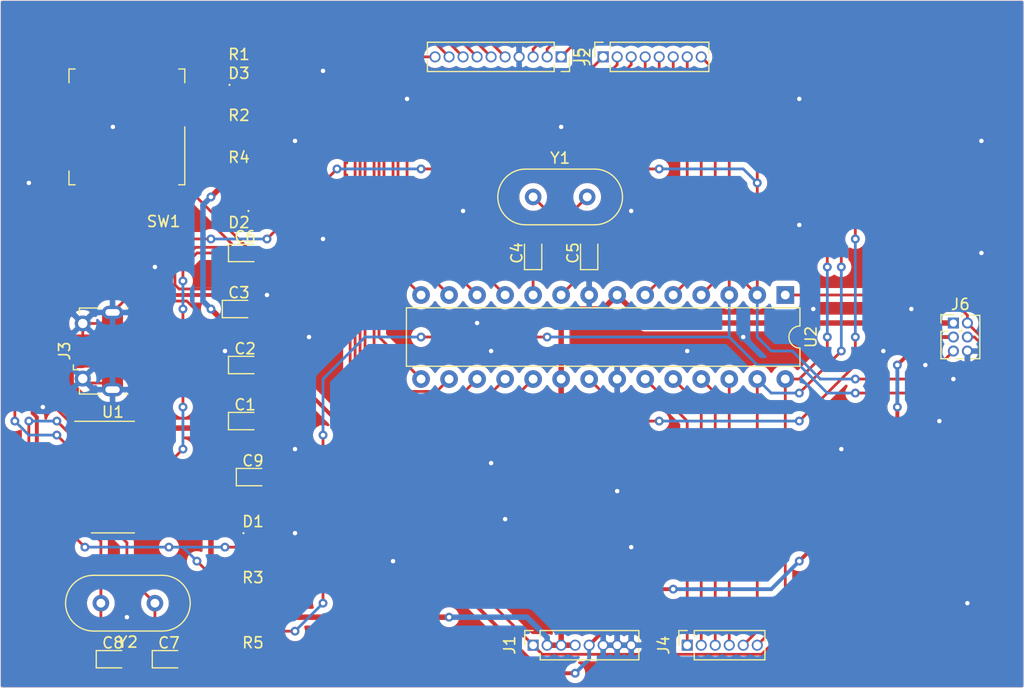
<source format=kicad_pcb>
(kicad_pcb (version 20171130) (host pcbnew "(5.1.10)-1")
  (layers (0 F.Cu signal) (31 B.Cu signal) (34 B.Paste user) (35 F.Paste user) (36 B.SilkS user) (37 F.SilkS user) (38 B.Mask user) (39 F.Mask user) (44 Edge.Cuts user))
  (net 0 "")
  (net 1 +5V)
  (net 2 GND)
  (net 3 +3V3)
  (net 4 "Net-(C4-Pad1)")
  (net 5 "Net-(C5-Pad1)")
  (net 6 /RESET)
  (net 7 "Net-(C6-Pad1)")
  (net 8 "Net-(C7-Pad1)")
  (net 9 "Net-(C8-Pad1)")
  (net 10 /TXD)
  (net 11 "Net-(D1-Pad2)")
  (net 12 /0)
  (net 13 "Net-(D2-Pad2)")
  (net 14 "Net-(D3-Pad2)")
  (net 15 /A5)
  (net 16 /A4)
  (net 17 /AREF)
  (net 18 /13)
  (net 19 /12)
  (net 20 /11)
  (net 21 /10)
  (net 22 /9)
  (net 23 /8)
  (net 24 /D-)
  (net 25 "Net-(J3-Pad4)")
  (net 26 /D+)
  (net 27 /A0)
  (net 28 /A1)
  (net 29 /A2)
  (net 30 /A3)
  (net 31 /1)
  (net 32 /2)
  (net 33 /3)
  (net 34 /4)
  (net 35 /5)
  (net 36 /6)
  (net 37 /7)
  (net 38 "Net-(U1-Pad9)")
  (net 39 "Net-(U1-Pad10)")
  (net 40 "Net-(U1-Pad11)")
  (net 41 "Net-(U1-Pad12)")
  (net 42 "Net-(U1-Pad14)")
  (net 43 "Net-(U1-Pad15)")
  (module Capacitor_Tantalum_SMD:CP_EIA-1608-08_AVX-J (layer F.Cu) (at 100.8875 81.28)
    (fp_text reference C1 (at 0 -1.48) (layer F.SilkS))
    (fp_text value 10uF)
    (pad 1 smd roundrect (at -0.7125 0) (size 1.075 1.05) (layers F.Cu F.Paste F.Mask) (roundrect_rratio 0.238095) (net 1 +5V))
    (pad 2 smd roundrect (at 0.7125 0) (size 1.075 1.05) (layers F.Cu F.Paste F.Mask) (roundrect_rratio 0.238095) (net 2 GND))
  )
  (module Capacitor_Tantalum_SMD:CP_EIA-1608-08_AVX-J (layer F.Cu) (at 100.8875 76.2)
    (fp_text reference C2 (at 0 -1.48) (layer F.SilkS))
    (fp_text value 100nF)
    (pad 2 smd roundrect (at 0.7125 0) (size 1.075 1.05) (layers F.Cu F.Paste F.Mask) (roundrect_rratio 0.238095) (net 2 GND))
    (pad 1 smd roundrect (at -0.7125 0) (size 1.075 1.05) (layers F.Cu F.Paste F.Mask) (roundrect_rratio 0.238095) (net 1 +5V))
  )
  (module Capacitor_Tantalum_SMD:CP_EIA-1608-08_AVX-J (layer F.Cu) (at 100.33 71.12)
    (fp_text reference C3 (at 0 -1.48) (layer F.SilkS))
    (fp_text value 100nF)
    (pad 1 smd roundrect (at -0.7125 0) (size 1.075 1.05) (layers F.Cu F.Paste F.Mask) (roundrect_rratio 0.238095) (net 3 +3V3))
    (pad 2 smd roundrect (at 0.7125 0) (size 1.075 1.05) (layers F.Cu F.Paste F.Mask) (roundrect_rratio 0.238095) (net 2 GND))
  )
  (module Capacitor_Tantalum_SMD:CP_EIA-1608-08_AVX-J (layer F.Cu) (at 127 66.04 90)
    (fp_text reference C4 (at 0 -1.48 90) (layer F.SilkS))
    (fp_text value 22pF)
    (pad 1 smd roundrect (at -0.7125 0 90) (size 1.075 1.05) (layers F.Cu F.Paste F.Mask) (roundrect_rratio 0.238095) (net 4 "Net-(C4-Pad1)"))
    (pad 2 smd roundrect (at 0.7125 0 90) (size 1.075 1.05) (layers F.Cu F.Paste F.Mask) (roundrect_rratio 0.238095) (net 2 GND))
  )
  (module Capacitor_Tantalum_SMD:CP_EIA-1608-08_AVX-J (layer F.Cu) (at 132.08 66.04 90)
    (fp_text reference C5 (at 0 -1.48 90) (layer F.SilkS))
    (fp_text value 22pF)
    (pad 2 smd roundrect (at 0.7125 0 90) (size 1.075 1.05) (layers F.Cu F.Paste F.Mask) (roundrect_rratio 0.238095) (net 2 GND))
    (pad 1 smd roundrect (at -0.7125 0 90) (size 1.075 1.05) (layers F.Cu F.Paste F.Mask) (roundrect_rratio 0.238095) (net 5 "Net-(C5-Pad1)"))
  )
  (module Capacitor_Tantalum_SMD:CP_EIA-1608-08_AVX-J (layer F.Cu) (at 100.8875 66.04)
    (fp_text reference C6 (at 0 -1.48) (layer F.SilkS))
    (fp_text value 100nF)
    (pad 2 smd roundrect (at 0.7125 0) (size 1.075 1.05) (layers F.Cu F.Paste F.Mask) (roundrect_rratio 0.238095) (net 6 /RESET))
    (pad 1 smd roundrect (at -0.7125 0) (size 1.075 1.05) (layers F.Cu F.Paste F.Mask) (roundrect_rratio 0.238095) (net 7 "Net-(C6-Pad1)"))
  )
  (module Capacitor_Tantalum_SMD:CP_EIA-1608-08_AVX-J (layer F.Cu) (at 93.98 102.87)
    (fp_text reference C7 (at 0 -1.48) (layer F.SilkS))
    (fp_text value 22pF)
    (pad 1 smd roundrect (at -0.7125 0) (size 1.075 1.05) (layers F.Cu F.Paste F.Mask) (roundrect_rratio 0.238095) (net 8 "Net-(C7-Pad1)"))
    (pad 2 smd roundrect (at 0.7125 0) (size 1.075 1.05) (layers F.Cu F.Paste F.Mask) (roundrect_rratio 0.238095) (net 2 GND))
  )
  (module Capacitor_Tantalum_SMD:CP_EIA-1608-08_AVX-J (layer F.Cu) (at 88.9 102.87)
    (fp_text reference C8 (at 0 -1.48) (layer F.SilkS))
    (fp_text value 22pF)
    (pad 2 smd roundrect (at 0.7125 0) (size 1.075 1.05) (layers F.Cu F.Paste F.Mask) (roundrect_rratio 0.238095) (net 2 GND))
    (pad 1 smd roundrect (at -0.7125 0) (size 1.075 1.05) (layers F.Cu F.Paste F.Mask) (roundrect_rratio 0.238095) (net 9 "Net-(C8-Pad1)"))
  )
  (module Capacitor_Tantalum_SMD:CP_EIA-1608-08_AVX-J (layer F.Cu) (at 101.6 86.36)
    (fp_text reference C9 (at 0 -1.48) (layer F.SilkS))
    (fp_text value 100nF)
    (pad 1 smd roundrect (at -0.7125 0) (size 1.075 1.05) (layers F.Cu F.Paste F.Mask) (roundrect_rratio 0.238095) (net 1 +5V))
    (pad 2 smd roundrect (at 0.7125 0) (size 1.075 1.05) (layers F.Cu F.Paste F.Mask) (roundrect_rratio 0.238095) (net 2 GND))
  )
  (module LED_SMD:LED_0201_0603Metric (layer F.Cu) (at 101.6 91.44)
    (fp_text reference D1 (at 0 -1.05) (layer F.SilkS))
    (fp_text value LED)
    (pad 1 smd roundrect (at -0.32 0) (size 0.46 0.4) (layers F.Cu F.Mask) (net 10 /TXD))
    (pad 2 smd roundrect (at 0.32 0) (size 0.46 0.4) (layers F.Cu F.Mask) (net 11 "Net-(D1-Pad2)"))
  )
  (module LED_SMD:LED_0201_0603Metric (layer F.Cu) (at 100.33 62.23 180)
    (fp_text reference D2 (at 0 -1.05) (layer F.SilkS))
    (fp_text value LED)
    (pad 1 smd roundrect (at -0.32 0 180) (size 0.46 0.4) (layers F.Cu F.Mask) (net 12 /0))
    (pad 2 smd roundrect (at 0.32 0 180) (size 0.46 0.4) (layers F.Cu F.Mask) (net 13 "Net-(D2-Pad2)"))
  )
  (module LED_SMD:LED_0201_0603Metric (layer F.Cu) (at 100.33 50.8)
    (fp_text reference D3 (at 0 -1.05) (layer F.SilkS))
    (fp_text value LED)
    (pad 2 smd roundrect (at 0.32 0) (size 0.46 0.4) (layers F.Cu F.Mask) (net 14 "Net-(D3-Pad2)"))
    (pad 1 smd roundrect (at -0.32 0) (size 0.46 0.4) (layers F.Cu F.Mask) (net 2 GND))
  )
  (module Connector_PinSocket_1.27mm:PinSocket_1x08_P1.27mm_Vertical (layer F.Cu) (at 127 101.6 90)
    (fp_text reference J1 (at 0 -2.135 90) (layer F.SilkS))
    (fp_text value Conn_01x08_Female)
    (pad 1 thru_hole rect (at 0 0 90) (size 1 1) (drill 0.7) (layers *.Cu *.Mask) (net 6 /RESET))
    (pad 2 thru_hole oval (at 0 1.27 90) (size 1 1) (drill 0.7) (layers *.Cu *.Mask) (net 1 +5V))
    (pad 3 thru_hole oval (at 0 2.54 90) (size 1 1) (drill 0.7) (layers *.Cu *.Mask) (net 1 +5V))
    (pad 4 thru_hole oval (at 0 3.81 90) (size 1 1) (drill 0.7) (layers *.Cu *.Mask) (net 1 +5V))
    (pad 5 thru_hole oval (at 0 5.08 90) (size 1 1) (drill 0.7) (layers *.Cu *.Mask) (net 3 +3V3))
    (pad 6 thru_hole oval (at 0 6.35 90) (size 1 1) (drill 0.7) (layers *.Cu *.Mask) (net 2 GND))
    (pad 7 thru_hole oval (at 0 7.62 90) (size 1 1) (drill 0.7) (layers *.Cu *.Mask) (net 2 GND))
    (pad 8 thru_hole oval (at 0 8.89 90) (size 1 1) (drill 0.7) (layers *.Cu *.Mask) (net 2 GND))
  )
  (module Connector_PinSocket_1.27mm:PinSocket_1x10_P1.27mm_Vertical (layer F.Cu) (at 129.54 48.26 270)
    (fp_text reference J2 (at 0 -2.135 90) (layer F.SilkS))
    (fp_text value Conn_01x10_Female)
    (pad 1 thru_hole rect (at 0 0 270) (size 1 1) (drill 0.7) (layers *.Cu *.Mask) (net 15 /A5))
    (pad 2 thru_hole oval (at 0 1.27 270) (size 1 1) (drill 0.7) (layers *.Cu *.Mask) (net 16 /A4))
    (pad 3 thru_hole oval (at 0 2.54 270) (size 1 1) (drill 0.7) (layers *.Cu *.Mask) (net 17 /AREF))
    (pad 4 thru_hole oval (at 0 3.81 270) (size 1 1) (drill 0.7) (layers *.Cu *.Mask) (net 2 GND))
    (pad 5 thru_hole oval (at 0 5.08 270) (size 1 1) (drill 0.7) (layers *.Cu *.Mask) (net 18 /13))
    (pad 6 thru_hole oval (at 0 6.35 270) (size 1 1) (drill 0.7) (layers *.Cu *.Mask) (net 19 /12))
    (pad 7 thru_hole oval (at 0 7.62 270) (size 1 1) (drill 0.7) (layers *.Cu *.Mask) (net 20 /11))
    (pad 8 thru_hole oval (at 0 8.89 270) (size 1 1) (drill 0.7) (layers *.Cu *.Mask) (net 21 /10))
    (pad 9 thru_hole oval (at 0 10.16 270) (size 1 1) (drill 0.7) (layers *.Cu *.Mask) (net 22 /9))
    (pad 10 thru_hole oval (at 0 11.43 270) (size 1 1) (drill 0.7) (layers *.Cu *.Mask) (net 23 /8))
  )
  (module Connector_USB:USB_Micro-B_Molex-105017-0001 (layer F.Cu) (at 87.63 74.93 90)
    (fp_text reference J3 (at 0 -3.1125 90) (layer F.SilkS))
    (fp_text value USB_OTG)
    (pad 6 smd rect (at 1 1.2375 90) (size 1.5 1.9) (layers F.Cu F.Paste F.Mask) (net 2 GND))
    (pad 6 thru_hole circle (at -2.5 -1.4625 90) (size 1.45 1.45) (drill 0.85) (layers *.Cu *.Mask) (net 2 GND))
    (pad 2 smd rect (at -0.65 -1.4625 90) (size 0.4 1.35) (layers F.Cu F.Paste F.Mask) (net 24 /D-))
    (pad 1 smd rect (at -1.3 -1.4625 90) (size 0.4 1.35) (layers F.Cu F.Paste F.Mask) (net 1 +5V))
    (pad 5 smd rect (at 1.3 -1.4625 90) (size 0.4 1.35) (layers F.Cu F.Paste F.Mask) (net 2 GND))
    (pad 4 smd rect (at 0.65 -1.4625 90) (size 0.4 1.35) (layers F.Cu F.Paste F.Mask) (net 25 "Net-(J3-Pad4)"))
    (pad 3 smd rect (at 0 -1.4625 90) (size 0.4 1.35) (layers F.Cu F.Paste F.Mask) (net 26 /D+))
    (pad 6 thru_hole circle (at 2.5 -1.4625 90) (size 1.45 1.45) (drill 0.85) (layers *.Cu *.Mask) (net 2 GND))
    (pad 6 smd rect (at -1 1.2375 90) (size 1.5 1.9) (layers F.Cu F.Paste F.Mask) (net 2 GND))
    (pad 6 thru_hole oval (at -3.5 1.2375 270) (size 1.2 1.9) (drill oval 0.6 1.3) (layers *.Cu *.Mask) (net 2 GND))
    (pad 6 thru_hole oval (at 3.5 1.2375 90) (size 1.2 1.9) (drill oval 0.6 1.3) (layers *.Cu *.Mask) (net 2 GND))
    (pad 6 smd rect (at 2.9 1.2375 90) (size 1.2 1.9) (layers F.Cu F.Mask) (net 2 GND))
    (pad 6 smd rect (at -2.9 1.2375 90) (size 1.2 1.9) (layers F.Cu F.Mask) (net 2 GND))
  )
  (module Connector_PinSocket_1.27mm:PinSocket_1x06_P1.27mm_Vertical (layer F.Cu) (at 140.97 101.6 90)
    (fp_text reference J4 (at 0 -2.135 90) (layer F.SilkS))
    (fp_text value Conn_01x06_Female)
    (pad 1 thru_hole rect (at 0 0 90) (size 1 1) (drill 0.7) (layers *.Cu *.Mask) (net 27 /A0))
    (pad 2 thru_hole oval (at 0 1.27 90) (size 1 1) (drill 0.7) (layers *.Cu *.Mask) (net 28 /A1))
    (pad 3 thru_hole oval (at 0 2.54 90) (size 1 1) (drill 0.7) (layers *.Cu *.Mask) (net 29 /A2))
    (pad 4 thru_hole oval (at 0 3.81 90) (size 1 1) (drill 0.7) (layers *.Cu *.Mask) (net 30 /A3))
    (pad 5 thru_hole oval (at 0 5.08 90) (size 1 1) (drill 0.7) (layers *.Cu *.Mask) (net 16 /A4))
    (pad 6 thru_hole oval (at 0 6.35 90) (size 1 1) (drill 0.7) (layers *.Cu *.Mask) (net 15 /A5))
  )
  (module Connector_PinSocket_1.27mm:PinSocket_1x08_P1.27mm_Vertical (layer F.Cu) (at 133.35 48.26 90)
    (fp_text reference J5 (at 0 -2.135 90) (layer F.SilkS))
    (fp_text value Conn_01x08_Female)
    (pad 8 thru_hole oval (at 0 8.89 90) (size 1 1) (drill 0.7) (layers *.Cu *.Mask) (net 12 /0))
    (pad 7 thru_hole oval (at 0 7.62 90) (size 1 1) (drill 0.7) (layers *.Cu *.Mask) (net 31 /1))
    (pad 6 thru_hole oval (at 0 6.35 90) (size 1 1) (drill 0.7) (layers *.Cu *.Mask) (net 32 /2))
    (pad 5 thru_hole oval (at 0 5.08 90) (size 1 1) (drill 0.7) (layers *.Cu *.Mask) (net 33 /3))
    (pad 4 thru_hole oval (at 0 3.81 90) (size 1 1) (drill 0.7) (layers *.Cu *.Mask) (net 34 /4))
    (pad 3 thru_hole oval (at 0 2.54 90) (size 1 1) (drill 0.7) (layers *.Cu *.Mask) (net 35 /5))
    (pad 2 thru_hole oval (at 0 1.27 90) (size 1 1) (drill 0.7) (layers *.Cu *.Mask) (net 36 /6))
    (pad 1 thru_hole rect (at 0 0 90) (size 1 1) (drill 0.7) (layers *.Cu *.Mask) (net 37 /7))
  )
  (module Connector_PinHeader_1.27mm:PinHeader_2x03_P1.27mm_Vertical (layer F.Cu) (at 165.1 72.39)
    (fp_text reference J6 (at 0.635 -1.695) (layer F.SilkS))
    (fp_text value 6_Pin_Header)
    (pad 1 thru_hole rect (at 0 0) (size 1 1) (drill 0.65) (layers *.Cu *.Mask) (net 1 +5V))
    (pad 2 thru_hole oval (at 1.27 0) (size 1 1) (drill 0.65) (layers *.Cu *.Mask) (net 6 /RESET))
    (pad 3 thru_hole oval (at 0 1.27) (size 1 1) (drill 0.65) (layers *.Cu *.Mask) (net 3 +3V3))
    (pad 4 thru_hole oval (at 1.27 1.27) (size 1 1) (drill 0.65) (layers *.Cu *.Mask) (net 31 /1))
    (pad 5 thru_hole oval (at 0 2.54) (size 1 1) (drill 0.65) (layers *.Cu *.Mask) (net 12 /0))
    (pad 6 thru_hole oval (at 1.27 2.54) (size 1 1) (drill 0.65) (layers *.Cu *.Mask) (net 2 GND))
  )
  (module Resistor_SMD:R_0201_0603Metric (layer F.Cu) (at 100.33 46.99 180)
    (fp_text reference R1 (at 0 -1.05) (layer F.SilkS))
    (fp_text value 1k)
    (pad 1 smd roundrect (at -0.32 0 180) (size 0.46 0.4) (layers F.Cu F.Mask) (net 2 GND))
    (pad 2 smd roundrect (at 0.32 0 180) (size 0.46 0.4) (layers F.Cu F.Mask) (net 6 /RESET))
  )
  (module Resistor_SMD:R_0201_0603Metric (layer F.Cu) (at 100.33 54.61)
    (fp_text reference R2 (at 0 -1.05) (layer F.SilkS))
    (fp_text value 1k5)
    (pad 2 smd roundrect (at 0.32 0) (size 0.46 0.4) (layers F.Cu F.Mask) (net 14 "Net-(D3-Pad2)"))
    (pad 1 smd roundrect (at -0.32 0) (size 0.46 0.4) (layers F.Cu F.Mask) (net 1 +5V))
  )
  (module Resistor_SMD:R_0201_0603Metric (layer F.Cu) (at 101.6 96.52)
    (fp_text reference R3 (at 0 -1.05) (layer F.SilkS))
    (fp_text value 1k5)
    (pad 1 smd roundrect (at -0.32 0) (size 0.46 0.4) (layers F.Cu F.Mask) (net 1 +5V))
    (pad 2 smd roundrect (at 0.32 0) (size 0.46 0.4) (layers F.Cu F.Mask) (net 11 "Net-(D1-Pad2)"))
  )
  (module Resistor_SMD:R_0201_0603Metric (layer F.Cu) (at 100.33 58.42)
    (fp_text reference R4 (at 0 -1.05) (layer F.SilkS))
    (fp_text value 1k5)
    (pad 2 smd roundrect (at 0.32 0) (size 0.46 0.4) (layers F.Cu F.Mask) (net 13 "Net-(D2-Pad2)"))
    (pad 1 smd roundrect (at -0.32 0) (size 0.46 0.4) (layers F.Cu F.Mask) (net 1 +5V))
  )
  (module Resistor_SMD:R_0201_0603Metric (layer F.Cu) (at 101.6 100.33 180)
    (fp_text reference R5 (at 0 -1.05) (layer F.SilkS))
    (fp_text value 1k5)
    (pad 1 smd roundrect (at -0.32 0 180) (size 0.46 0.4) (layers F.Cu F.Mask) (net 31 /1))
    (pad 2 smd roundrect (at 0.32 0 180) (size 0.46 0.4) (layers F.Cu F.Mask) (net 10 /TXD))
  )
  (module Button_Switch_SMD:SW_MEC_5GSH9 (layer F.Cu) (at 90.17 54.61 180)
    (fp_text reference SW1 (at -3.325 -8.575 180) (layer F.SilkS))
    (fp_text value SW_MEC_5G)
    (pad 3 smd rect (at 3.81 -6.25 270) (size 2.5 1.2) (layers F.Cu F.Paste F.Mask) (net 2 GND))
    (pad 4 smd rect (at 3.81 6.25 270) (size 2.5 1.2) (layers F.Cu F.Paste F.Mask) (net 2 GND))
    (pad 1 smd rect (at -3.81 -6.25 270) (size 2.5 1.2) (layers F.Cu F.Paste F.Mask) (net 6 /RESET))
    (pad 2 smd rect (at -3.81 6.25 270) (size 2.5 1.2) (layers F.Cu F.Paste F.Mask) (net 6 /RESET))
  )
  (module Package_SO:SOIC-16_3.9x9.9mm_P1.27mm (layer F.Cu) (at 88.9 86.36)
    (fp_text reference U1 (at 0 -5.9) (layer F.SilkS))
    (fp_text value CH340G)
    (pad 1 smd roundrect (at -2.475 -4.445) (size 1.95 0.6) (layers F.Cu F.Paste F.Mask) (net 2 GND))
    (pad 2 smd roundrect (at -2.475 -3.175) (size 1.95 0.6) (layers F.Cu F.Paste F.Mask) (net 10 /TXD))
    (pad 3 smd roundrect (at -2.475 -1.905) (size 1.95 0.6) (layers F.Cu F.Paste F.Mask) (net 12 /0))
    (pad 4 smd roundrect (at -2.475 -0.635) (size 1.95 0.6) (layers F.Cu F.Paste F.Mask) (net 3 +3V3))
    (pad 5 smd roundrect (at -2.475 0.635) (size 1.95 0.6) (layers F.Cu F.Paste F.Mask) (net 26 /D+))
    (pad 6 smd roundrect (at -2.475 1.905) (size 1.95 0.6) (layers F.Cu F.Paste F.Mask) (net 24 /D-))
    (pad 7 smd roundrect (at -2.475 3.175) (size 1.95 0.6) (layers F.Cu F.Paste F.Mask) (net 8 "Net-(C7-Pad1)"))
    (pad 8 smd roundrect (at -2.475 4.445) (size 1.95 0.6) (layers F.Cu F.Paste F.Mask) (net 9 "Net-(C8-Pad1)"))
    (pad 9 smd roundrect (at 2.475 4.445) (size 1.95 0.6) (layers F.Cu F.Paste F.Mask) (net 38 "Net-(U1-Pad9)"))
    (pad 10 smd roundrect (at 2.475 3.175) (size 1.95 0.6) (layers F.Cu F.Paste F.Mask) (net 39 "Net-(U1-Pad10)"))
    (pad 11 smd roundrect (at 2.475 1.905) (size 1.95 0.6) (layers F.Cu F.Paste F.Mask) (net 40 "Net-(U1-Pad11)"))
    (pad 12 smd roundrect (at 2.475 0.635) (size 1.95 0.6) (layers F.Cu F.Paste F.Mask) (net 41 "Net-(U1-Pad12)"))
    (pad 13 smd roundrect (at 2.475 -0.635) (size 1.95 0.6) (layers F.Cu F.Paste F.Mask) (net 7 "Net-(C6-Pad1)"))
    (pad 14 smd roundrect (at 2.475 -1.905) (size 1.95 0.6) (layers F.Cu F.Paste F.Mask) (net 42 "Net-(U1-Pad14)"))
    (pad 15 smd roundrect (at 2.475 -3.175) (size 1.95 0.6) (layers F.Cu F.Paste F.Mask) (net 43 "Net-(U1-Pad15)"))
    (pad 16 smd roundrect (at 2.475 -4.445) (size 1.95 0.6) (layers F.Cu F.Paste F.Mask) (net 1 +5V))
  )
  (module Package_DIP:DIP-28_W7.62mm (layer F.Cu) (at 149.86 69.85 270)
    (fp_text reference U2 (at 3.81 -2.33 90) (layer F.SilkS))
    (fp_text value ATmega328-PU)
    (pad 1 thru_hole rect (at 0 0 270) (size 1.6 1.6) (drill 0.8) (layers *.Cu *.Mask) (net 6 /RESET))
    (pad 15 thru_hole oval (at 7.62 33.02 270) (size 1.6 1.6) (drill 0.8) (layers *.Cu *.Mask) (net 22 /9))
    (pad 2 thru_hole oval (at 0 2.54 270) (size 1.6 1.6) (drill 0.8) (layers *.Cu *.Mask) (net 12 /0))
    (pad 16 thru_hole oval (at 7.62 30.48 270) (size 1.6 1.6) (drill 0.8) (layers *.Cu *.Mask) (net 21 /10))
    (pad 3 thru_hole oval (at 0 5.08 270) (size 1.6 1.6) (drill 0.8) (layers *.Cu *.Mask) (net 31 /1))
    (pad 17 thru_hole oval (at 7.62 27.94 270) (size 1.6 1.6) (drill 0.8) (layers *.Cu *.Mask) (net 20 /11))
    (pad 4 thru_hole oval (at 0 7.62 270) (size 1.6 1.6) (drill 0.8) (layers *.Cu *.Mask) (net 32 /2))
    (pad 18 thru_hole oval (at 7.62 25.4 270) (size 1.6 1.6) (drill 0.8) (layers *.Cu *.Mask) (net 19 /12))
    (pad 5 thru_hole oval (at 0 10.16 270) (size 1.6 1.6) (drill 0.8) (layers *.Cu *.Mask) (net 33 /3))
    (pad 19 thru_hole oval (at 7.62 22.86 270) (size 1.6 1.6) (drill 0.8) (layers *.Cu *.Mask) (net 18 /13))
    (pad 6 thru_hole oval (at 0 12.7 270) (size 1.6 1.6) (drill 0.8) (layers *.Cu *.Mask) (net 34 /4))
    (pad 20 thru_hole oval (at 7.62 20.32 270) (size 1.6 1.6) (drill 0.8) (layers *.Cu *.Mask) (net 1 +5V))
    (pad 7 thru_hole oval (at 0 15.24 270) (size 1.6 1.6) (drill 0.8) (layers *.Cu *.Mask) (net 1 +5V))
    (pad 21 thru_hole oval (at 7.62 17.78 270) (size 1.6 1.6) (drill 0.8) (layers *.Cu *.Mask) (net 17 /AREF))
    (pad 8 thru_hole oval (at 0 17.78 270) (size 1.6 1.6) (drill 0.8) (layers *.Cu *.Mask) (net 2 GND))
    (pad 22 thru_hole oval (at 7.62 15.24 270) (size 1.6 1.6) (drill 0.8) (layers *.Cu *.Mask) (net 2 GND))
    (pad 9 thru_hole oval (at 0 20.32 270) (size 1.6 1.6) (drill 0.8) (layers *.Cu *.Mask) (net 5 "Net-(C5-Pad1)"))
    (pad 23 thru_hole oval (at 7.62 12.7 270) (size 1.6 1.6) (drill 0.8) (layers *.Cu *.Mask) (net 27 /A0))
    (pad 10 thru_hole oval (at 0 22.86 270) (size 1.6 1.6) (drill 0.8) (layers *.Cu *.Mask) (net 4 "Net-(C4-Pad1)"))
    (pad 24 thru_hole oval (at 7.62 10.16 270) (size 1.6 1.6) (drill 0.8) (layers *.Cu *.Mask) (net 28 /A1))
    (pad 11 thru_hole oval (at 0 25.4 270) (size 1.6 1.6) (drill 0.8) (layers *.Cu *.Mask) (net 35 /5))
    (pad 25 thru_hole oval (at 7.62 7.62 270) (size 1.6 1.6) (drill 0.8) (layers *.Cu *.Mask) (net 29 /A2))
    (pad 12 thru_hole oval (at 0 27.94 270) (size 1.6 1.6) (drill 0.8) (layers *.Cu *.Mask) (net 36 /6))
    (pad 26 thru_hole oval (at 7.62 5.08 270) (size 1.6 1.6) (drill 0.8) (layers *.Cu *.Mask) (net 30 /A3))
    (pad 13 thru_hole oval (at 0 30.48 270) (size 1.6 1.6) (drill 0.8) (layers *.Cu *.Mask) (net 37 /7))
    (pad 27 thru_hole oval (at 7.62 2.54 270) (size 1.6 1.6) (drill 0.8) (layers *.Cu *.Mask) (net 16 /A4))
    (pad 14 thru_hole oval (at 0 33.02 270) (size 1.6 1.6) (drill 0.8) (layers *.Cu *.Mask) (net 23 /8))
    (pad 28 thru_hole oval (at 7.62 0 270) (size 1.6 1.6) (drill 0.8) (layers *.Cu *.Mask) (net 15 /A5))
  )
  (module Crystal:Crystal_HC18-U_Vertical (layer F.Cu) (at 127 60.96)
    (fp_text reference Y1 (at 2.45 -3.525) (layer F.SilkS))
    (fp_text value 16MHz)
    (pad 2 thru_hole circle (at 4.9 0) (size 1.5 1.5) (drill 0.8) (layers *.Cu *.Mask) (net 5 "Net-(C5-Pad1)"))
    (pad 1 thru_hole circle (at 0 0) (size 1.5 1.5) (drill 0.8) (layers *.Cu *.Mask) (net 4 "Net-(C4-Pad1)"))
  )
  (module Crystal:Crystal_HC18-U_Vertical (layer F.Cu) (at 92.71 97.79 180)
    (fp_text reference Y2 (at 2.45 -3.525) (layer F.SilkS))
    (fp_text value 12MHz)
    (pad 1 thru_hole circle (at 0 0 180) (size 1.5 1.5) (drill 0.8) (layers *.Cu *.Mask) (net 8 "Net-(C7-Pad1)"))
    (pad 2 thru_hole circle (at 4.9 0 180) (size 1.5 1.5) (drill 0.8) (layers *.Cu *.Mask) (net 9 "Net-(C8-Pad1)"))
  )
  (segment (start 101.70569 74.93) (end 102.87 76.09431) (width 0.25) (layer F.Cu) (net 0))
  (segment (start 101.6 74.93) (end 101.70569 74.93) (width 0.25) (layer F.Cu) (net 0))
  (segment (start 102.87 76.09431) (end 102.87 78.74) (width 0.25) (layer F.Cu) (net 0))
  (via (at 99.06 92.71) (size 0.8) (drill 0.4) (layers F.Cu B.Cu) (net 10))
  (via (at 81.28 81.28) (size 0.8) (drill 0.4) (layers F.Cu B.Cu) (net 10))
  (via (at 102.87 64.77) (size 0.8) (drill 0.4) (layers F.Cu B.Cu) (net 12))
  (via (at 83.82 82.55) (size 0.8) (drill 0.4) (layers F.Cu B.Cu) (net 12))
  (via (at 83.82 81.28) (size 0.8) (drill 0.4) (layers F.Cu B.Cu) (net 10))
  (via (at 151.13 81.28) (size 0.8) (drill 0.4) (layers F.Cu B.Cu) (net 17))
  (via (at 138.43 81.28) (size 0.8) (drill 0.4) (layers F.Cu B.Cu) (net 17))
  (via (at 156.21 64.77) (size 0.8) (drill 0.4) (layers F.Cu B.Cu) (net 17))
  (via (at 156.21 73.66) (size 0.8) (drill 0.4) (layers F.Cu B.Cu) (net 17))
  (via (at 154.94 67.31) (size 0.8) (drill 0.4) (layers F.Cu B.Cu) (net 16))
  (via (at 153.67 73.66) (size 0.8) (drill 0.4) (layers F.Cu B.Cu) (net 15))
  (segment (start 99.54 81.915) (end 100.175 81.28) (width 0.5) (layer F.Cu) (net 1))
  (segment (start 91.375 81.915) (end 99.54 81.915) (width 0.5) (layer F.Cu) (net 1))
  (segment (start 100.8875 83.2625) (end 99.54 81.915) (width 0.5) (layer F.Cu) (net 1))
  (segment (start 100.8875 86.36) (end 100.8875 83.2625) (width 0.5) (layer F.Cu) (net 1))
  (segment (start 130.81 101.6) (end 129.54 101.6) (width 0.5) (layer F.Cu) (net 1))
  (segment (start 129.54 101.6) (end 128.27 101.6) (width 0.5) (layer F.Cu) (net 1))
  (segment (start 129.54 77.47) (end 129.54 101.6) (width 0.5) (layer F.Cu) (net 1))
  (segment (start 137.16 72.39) (end 134.62 69.85) (width 0.5) (layer F.Cu) (net 1))
  (segment (start 165.1 72.39) (end 137.16 72.39) (width 0.5) (layer F.Cu) (net 1))
  (segment (start 134.62 69.85) (end 133.35 71.12) (width 0.5) (layer F.Cu) (net 1))
  (segment (start 133.35 71.12) (end 130.81 71.12) (width 0.5) (layer F.Cu) (net 1))
  (segment (start 129.54 72.39) (end 129.54 77.47) (width 0.5) (layer F.Cu) (net 1))
  (segment (start 130.81 71.12) (end 129.54 72.39) (width 0.5) (layer F.Cu) (net 1))
  (segment (start 100.01 54.61) (end 100.01 58.42) (width 0.5) (layer F.Cu) (net 1))
  (segment (start 100.175 76.2) (end 100.175 81.28) (width 0.5) (layer F.Cu) (net 1))
  (segment (start 100.175 76.2) (end 100.175 73.505) (width 0.5) (layer F.Cu) (net 1))
  (segment (start 100.175 73.505) (end 97.79 71.12) (width 0.5) (layer F.Cu) (net 1))
  (segment (start 97.79 71.12) (end 97.79 71.12) (width 0.25) (layer F.Cu) (net 1))
  (via (at 97.79 71.12) (size 0.8) (drill 0.4) (layers F.Cu B.Cu) (net 1))
  (segment (start 97.064999 70.394999) (end 97.064999 61.685001) (width 0.5) (layer B.Cu) (net 1))
  (segment (start 97.79 71.12) (end 97.064999 70.394999) (width 0.5) (layer B.Cu) (net 1))
  (segment (start 97.064999 61.685001) (end 97.79 60.96) (width 0.5) (layer B.Cu) (net 1))
  (segment (start 97.79 60.96) (end 97.79 60.96) (width 0.25) (layer B.Cu) (net 1))
  (via (at 97.79 60.96) (size 0.8) (drill 0.4) (layers F.Cu B.Cu) (net 1))
  (segment (start 100.01 58.74) (end 100.01 58.42) (width 0.5) (layer F.Cu) (net 1))
  (segment (start 97.79 60.96) (end 100.01 58.74) (width 0.5) (layer F.Cu) (net 1))
  (segment (start 100.33 96.52) (end 101.28 96.52) (width 0.5) (layer F.Cu) (net 1))
  (segment (start 97.79 93.98) (end 100.33 96.52) (width 0.5) (layer F.Cu) (net 1))
  (segment (start 97.79 91.44) (end 97.79 93.98) (width 0.5) (layer F.Cu) (net 1))
  (segment (start 100.8875 88.3425) (end 97.79 91.44) (width 0.5) (layer F.Cu) (net 1))
  (segment (start 100.8875 86.36) (end 100.8875 88.3425) (width 0.5) (layer F.Cu) (net 1))
  (segment (start 128.27 100.892894) (end 126.437106 99.06) (width 0.5) (layer B.Cu) (net 1))
  (segment (start 128.27 101.6) (end 128.27 100.892894) (width 0.5) (layer B.Cu) (net 1))
  (segment (start 126.437106 99.06) (end 119.38 99.06) (width 0.5) (layer B.Cu) (net 1))
  (segment (start 119.38 99.06) (end 119.38 99.06) (width 0.25) (layer B.Cu) (net 1))
  (via (at 119.38 99.06) (size 0.8) (drill 0.4) (layers F.Cu B.Cu) (net 1))
  (segment (start 103.62 99.06) (end 119.38 99.06) (width 0.5) (layer F.Cu) (net 1))
  (segment (start 101.28 96.72) (end 103.62 99.06) (width 0.5) (layer F.Cu) (net 1))
  (segment (start 101.28 96.52) (end 101.28 96.72) (width 0.5) (layer F.Cu) (net 1))
  (segment (start 89.899989 80.439989) (end 91.375 81.915) (width 0.5) (layer F.Cu) (net 1))
  (segment (start 87.623487 80.439989) (end 89.899989 80.439989) (width 0.5) (layer F.Cu) (net 1))
  (segment (start 85.117499 76.355001) (end 85.117499 77.934001) (width 0.5) (layer F.Cu) (net 1))
  (segment (start 85.117499 77.934001) (end 87.623487 80.439989) (width 0.5) (layer F.Cu) (net 1))
  (segment (start 85.2425 76.23) (end 85.117499 76.355001) (width 0.5) (layer F.Cu) (net 1))
  (segment (start 86.1675 76.23) (end 85.2425 76.23) (width 0.5) (layer F.Cu) (net 1))
  (segment (start 127 60.96) (end 128.27 62.23) (width 0.25) (layer F.Cu) (net 4))
  (segment (start 128.27 65.4825) (end 127 66.7525) (width 0.25) (layer F.Cu) (net 4))
  (segment (start 128.27 62.23) (end 128.27 65.4825) (width 0.25) (layer F.Cu) (net 4))
  (segment (start 127 66.7525) (end 127 69.85) (width 0.25) (layer F.Cu) (net 4))
  (segment (start 131.9 60.96) (end 130.81 62.05) (width 0.25) (layer F.Cu) (net 5))
  (segment (start 132.08 66.70319) (end 132.08 66.7525) (width 0.25) (layer F.Cu) (net 5))
  (segment (start 130.81 65.43319) (end 132.08 66.70319) (width 0.25) (layer F.Cu) (net 5))
  (segment (start 130.81 62.05) (end 130.81 65.43319) (width 0.25) (layer F.Cu) (net 5))
  (segment (start 132.08 67.31) (end 129.54 69.85) (width 0.25) (layer F.Cu) (net 5))
  (segment (start 132.08 66.7525) (end 132.08 67.31) (width 0.25) (layer F.Cu) (net 5))
  (segment (start 92.71 102.3125) (end 93.2675 102.87) (width 0.25) (layer F.Cu) (net 8))
  (segment (start 92.71 97.79) (end 92.71 102.3125) (width 0.25) (layer F.Cu) (net 8))
  (segment (start 92.71 97.79) (end 90.17 95.25) (width 0.25) (layer F.Cu) (net 8))
  (segment (start 90.17 92.305) (end 87.4 89.535) (width 0.25) (layer F.Cu) (net 8))
  (segment (start 87.4 89.535) (end 86.425 89.535) (width 0.25) (layer F.Cu) (net 8))
  (segment (start 90.17 95.25) (end 90.17 92.305) (width 0.25) (layer F.Cu) (net 8))
  (segment (start 87.81 102.4925) (end 88.1875 102.87) (width 0.25) (layer F.Cu) (net 9))
  (segment (start 87.81 97.79) (end 87.81 102.4925) (width 0.25) (layer F.Cu) (net 9))
  (segment (start 87.81 92.19) (end 86.425 90.805) (width 0.25) (layer F.Cu) (net 9))
  (segment (start 87.81 97.79) (end 87.81 92.19) (width 0.25) (layer F.Cu) (net 9))
  (segment (start 87.8675 72.43) (end 88.8675 71.43) (width 0.25) (layer F.Cu) (net 2))
  (segment (start 86.1675 72.43) (end 87.8675 72.43) (width 0.25) (layer F.Cu) (net 2))
  (segment (start 88.8675 71.43) (end 88.8675 72.03) (width 0.25) (layer F.Cu) (net 2))
  (segment (start 88.8675 72.03) (end 88.8675 73.93) (width 0.25) (layer F.Cu) (net 2))
  (segment (start 88.8675 74.9625) (end 88.8675 77.83) (width 0.25) (layer F.Cu) (net 2))
  (segment (start 88.8675 73.93) (end 88.8675 74.9625) (width 0.25) (layer F.Cu) (net 2))
  (segment (start 88.8675 74.9625) (end 88.8675 75.93) (width 0.25) (layer F.Cu) (net 2))
  (segment (start 88.8675 77.83) (end 88.8675 78.43) (width 0.25) (layer F.Cu) (net 2))
  (segment (start 86.5675 77.83) (end 86.1675 77.43) (width 0.25) (layer F.Cu) (net 2))
  (segment (start 88.8675 77.83) (end 86.5675 77.83) (width 0.25) (layer F.Cu) (net 2))
  (segment (start 86.1675 73.63) (end 86.1675 72.43) (width 0.25) (layer F.Cu) (net 2))
  (segment (start 133.35 101.6) (end 134.62 101.6) (width 0.25) (layer F.Cu) (net 2))
  (segment (start 134.62 101.6) (end 135.89 101.6) (width 0.25) (layer F.Cu) (net 2))
  (segment (start 100.65 47.181058) (end 100.65 46.99) (width 0.25) (layer F.Cu) (net 2))
  (segment (start 100.01 47.821058) (end 100.65 47.181058) (width 0.25) (layer F.Cu) (net 2))
  (segment (start 100.01 50.8) (end 100.01 47.821058) (width 0.25) (layer F.Cu) (net 2))
  (segment (start 86.36 48.36) (end 87.53 48.36) (width 0.25) (layer F.Cu) (net 2))
  (segment (start 100.316048 46.46499) (end 100.56501 46.713952) (width 0.25) (layer F.Cu) (net 2))
  (segment (start 89.42501 46.46499) (end 100.316048 46.46499) (width 0.25) (layer F.Cu) (net 2))
  (segment (start 87.53 48.36) (end 89.42501 46.46499) (width 0.25) (layer F.Cu) (net 2))
  (segment (start 100.56501 46.90501) (end 100.65 46.99) (width 0.25) (layer F.Cu) (net 2))
  (segment (start 100.56501 46.713952) (end 100.56501 46.90501) (width 0.25) (layer F.Cu) (net 2))
  (via (at 107.95 64.77) (size 0.8) (drill 0.4) (layers F.Cu B.Cu) (net 2))
  (via (at 123.19 85.09) (size 0.8) (drill 0.4) (layers F.Cu B.Cu) (net 2))
  (via (at 154.94 83.82) (size 0.8) (drill 0.4) (layers F.Cu B.Cu) (net 2))
  (via (at 163.83 81.28) (size 0.8) (drill 0.4) (layers F.Cu B.Cu) (net 2))
  (via (at 158.75 74.93) (size 0.8) (drill 0.4) (layers F.Cu B.Cu) (net 2))
  (via (at 121.92 72.39) (size 0.8) (drill 0.4) (layers F.Cu B.Cu) (net 2))
  (via (at 123.19 74.93) (size 0.8) (drill 0.4) (layers F.Cu B.Cu) (net 2))
  (via (at 92.71 67.31) (size 0.8) (drill 0.4) (layers F.Cu B.Cu) (net 2))
  (via (at 99.06 74.93) (size 0.8) (drill 0.4) (layers F.Cu B.Cu) (net 2))
  (segment (start 109.945001 62.774999) (end 107.95 64.77) (width 0.25) (layer F.Cu) (net 2))
  (segment (start 109.945001 56.093943) (end 109.945001 62.774999) (width 0.25) (layer F.Cu) (net 2))
  (segment (start 100.316048 46.46499) (end 109.945001 56.093943) (width 0.25) (layer F.Cu) (net 2))
  (segment (start 93.440008 46.46499) (end 100.316048 46.46499) (width 0.25) (layer F.Cu) (net 2))
  (segment (start 93.054999 46.849999) (end 93.440008 46.46499) (width 0.25) (layer F.Cu) (net 2))
  (segment (start 93.054999 62.370001) (end 93.054999 46.849999) (width 0.25) (layer F.Cu) (net 2))
  (segment (start 93.119999 62.435001) (end 93.054999 62.370001) (width 0.25) (layer F.Cu) (net 2))
  (segment (start 96.894331 62.435001) (end 93.119999 62.435001) (width 0.25) (layer F.Cu) (net 2))
  (segment (start 99.64932 65.18999) (end 96.894331 62.435001) (width 0.25) (layer F.Cu) (net 2))
  (segment (start 99.31249 65.52682) (end 99.64932 65.18999) (width 0.25) (layer F.Cu) (net 2))
  (segment (start 96.39677 65.52682) (end 99.31249 65.52682) (width 0.25) (layer F.Cu) (net 2))
  (segment (start 94.524999 67.398591) (end 96.39677 65.52682) (width 0.25) (layer F.Cu) (net 2))
  (segment (start 94.524999 68.928001) (end 94.524999 67.398591) (width 0.25) (layer F.Cu) (net 2))
  (segment (start 94.901999 69.305001) (end 94.524999 68.928001) (width 0.25) (layer F.Cu) (net 2))
  (segment (start 99.227501 69.305001) (end 94.901999 69.305001) (width 0.25) (layer F.Cu) (net 2))
  (segment (start 101.0425 71.12) (end 99.227501 69.305001) (width 0.25) (layer F.Cu) (net 2))
  (segment (start 89.902501 70.394999) (end 88.8675 71.43) (width 0.25) (layer F.Cu) (net 2))
  (segment (start 95.598001 70.394999) (end 89.902501 70.394999) (width 0.25) (layer F.Cu) (net 2))
  (segment (start 99.06 73.856998) (end 95.598001 70.394999) (width 0.25) (layer F.Cu) (net 2))
  (segment (start 99.06 74.93) (end 99.06 73.856998) (width 0.25) (layer F.Cu) (net 2))
  (segment (start 99.06 74.93) (end 101.6 74.93) (width 0.25) (layer B.Cu) (net 2))
  (via (at 82.55 80.01) (size 0.8) (drill 0.4) (layers F.Cu B.Cu) (net 2))
  (segment (start 83.623002 80.01) (end 82.55 80.01) (width 0.25) (layer F.Cu) (net 2))
  (segment (start 85.528002 81.915) (end 83.623002 80.01) (width 0.25) (layer F.Cu) (net 2))
  (segment (start 86.425 81.915) (end 85.528002 81.915) (width 0.25) (layer F.Cu) (net 2))
  (segment (start 86.36 60.86) (end 86.36 48.36) (width 0.25) (layer F.Cu) (net 2))
  (via (at 167.64 55.88) (size 0.8) (drill 0.4) (layers F.Cu B.Cu) (net 2))
  (via (at 166.37 97.79) (size 0.8) (drill 0.4) (layers F.Cu B.Cu) (net 2))
  (via (at 81.28 59.69) (size 0.8) (drill 0.4) (layers F.Cu B.Cu) (net 2))
  (via (at 88.9 54.61) (size 0.8) (drill 0.4) (layers F.Cu B.Cu) (net 2))
  (via (at 107.95 49.53) (size 0.8) (drill 0.4) (layers F.Cu B.Cu) (net 2))
  (via (at 135.89 62.23) (size 0.8) (drill 0.4) (layers F.Cu B.Cu) (net 2))
  (via (at 120.65 62.23) (size 0.8) (drill 0.4) (layers F.Cu B.Cu) (net 2))
  (via (at 134.62 87.63) (size 0.8) (drill 0.4) (layers F.Cu B.Cu) (net 2))
  (via (at 124.46 90.17) (size 0.8) (drill 0.4) (layers F.Cu B.Cu) (net 2))
  (via (at 135.89 92.71) (size 0.8) (drill 0.4) (layers F.Cu B.Cu) (net 2))
  (via (at 114.3 93.98) (size 0.8) (drill 0.4) (layers F.Cu B.Cu) (net 2))
  (via (at 105.41 91.44) (size 0.8) (drill 0.4) (layers F.Cu B.Cu) (net 2))
  (via (at 105.41 83.82) (size 0.8) (drill 0.4) (layers F.Cu B.Cu) (net 2))
  (via (at 106.68 73.66) (size 0.8) (drill 0.4) (layers F.Cu B.Cu) (net 2))
  (via (at 102.87 69.85) (size 0.8) (drill 0.4) (layers F.Cu B.Cu) (net 2))
  (via (at 105.41 55.88) (size 0.8) (drill 0.4) (layers F.Cu B.Cu) (net 2))
  (via (at 90.17 99.06) (size 0.8) (drill 0.4) (layers F.Cu B.Cu) (net 2))
  (via (at 161.29 71.12) (size 0.8) (drill 0.4) (layers F.Cu B.Cu) (net 2))
  (via (at 165.1 77.47) (size 0.8) (drill 0.4) (layers F.Cu B.Cu) (net 2))
  (via (at 162.56 76.2) (size 0.8) (drill 0.4) (layers F.Cu B.Cu) (net 2))
  (via (at 152.4 71.12) (size 0.8) (drill 0.4) (layers F.Cu B.Cu) (net 2))
  (via (at 140.97 74.93) (size 0.8) (drill 0.4) (layers F.Cu B.Cu) (net 2))
  (via (at 151.13 52.07) (size 0.8) (drill 0.4) (layers F.Cu B.Cu) (net 2))
  (via (at 151.13 63.5) (size 0.8) (drill 0.4) (layers F.Cu B.Cu) (net 2))
  (via (at 167.64 66.04) (size 0.8) (drill 0.4) (layers F.Cu B.Cu) (net 2))
  (via (at 146.05 73.66) (size 0.8) (drill 0.4) (layers F.Cu B.Cu) (net 2))
  (via (at 115.57 52.07) (size 0.8) (drill 0.4) (layers F.Cu B.Cu) (net 2))
  (via (at 129.54 54.61) (size 0.8) (drill 0.4) (layers F.Cu B.Cu) (net 2))
  (segment (start 86.425 85.725) (end 85.45 85.725) (width 0.35) (layer F.Cu) (net 3))
  (segment (start 98.3475 69.85) (end 99.6175 71.12) (width 0.35) (layer F.Cu) (net 3))
  (segment (start 83.82 69.85) (end 98.3475 69.85) (width 0.35) (layer F.Cu) (net 3))
  (segment (start 99.6175 71.12) (end 99.6175 71.6775) (width 0.35) (layer F.Cu) (net 3))
  (segment (start 99.6175 71.6775) (end 109.22 81.28) (width 0.35) (layer F.Cu) (net 3))
  (segment (start 109.22 85.405002) (end 127.954998 104.14) (width 0.35) (layer F.Cu) (net 3))
  (segment (start 109.22 81.28) (end 109.22 85.405002) (width 0.35) (layer F.Cu) (net 3))
  (via (at 130.81 104.14) (size 0.8) (drill 0.4) (layers F.Cu B.Cu) (net 3))
  (segment (start 130.81 104.14) (end 132.08 102.87) (width 0.35) (layer B.Cu) (net 3))
  (segment (start 132.08 102.87) (end 132.08 101.6) (width 0.35) (layer B.Cu) (net 3))
  (segment (start 130.81 104.14) (end 127.954998 104.14) (width 0.35) (layer F.Cu) (net 3))
  (segment (start 148.59 96.52) (end 151.13 93.98) (width 0.35) (layer B.Cu) (net 3))
  (segment (start 139.7 96.52) (end 148.59 96.52) (width 0.35) (layer B.Cu) (net 3))
  (via (at 139.7 96.52) (size 0.8) (drill 0.4) (layers F.Cu B.Cu) (net 3))
  (via (at 151.13 93.98) (size 0.8) (drill 0.4) (layers F.Cu B.Cu) (net 3))
  (segment (start 160.02 80.01) (end 160.02 76.2) (width 0.35) (layer B.Cu) (net 3))
  (via (at 160.02 80.01) (size 0.8) (drill 0.4) (layers F.Cu B.Cu) (net 3))
  (segment (start 160.02 76.2) (end 160.02 76.2) (width 0.35) (layer B.Cu) (net 3))
  (via (at 160.02 76.2) (size 0.8) (drill 0.4) (layers F.Cu B.Cu) (net 3))
  (segment (start 137.16 96.52) (end 132.08 101.6) (width 0.35) (layer F.Cu) (net 3))
  (segment (start 139.7 96.52) (end 137.16 96.52) (width 0.35) (layer F.Cu) (net 3))
  (segment (start 151.13 93.98) (end 160.02 85.09) (width 0.35) (layer F.Cu) (net 3))
  (segment (start 160.02 85.09) (end 160.02 80.01) (width 0.35) (layer F.Cu) (net 3))
  (segment (start 160.02 76.2) (end 162.56 73.66) (width 0.35) (layer F.Cu) (net 3))
  (segment (start 162.56 73.66) (end 165.1 73.66) (width 0.35) (layer F.Cu) (net 3))
  (segment (start 86.425 85.725) (end 84.455 85.725) (width 0.35) (layer F.Cu) (net 3))
  (segment (start 82.005001 80.931999) (end 81.628001 80.554999) (width 0.35) (layer F.Cu) (net 3))
  (segment (start 82.005001 83.275001) (end 82.005001 80.931999) (width 0.35) (layer F.Cu) (net 3))
  (segment (start 84.455 85.725) (end 82.005001 83.275001) (width 0.35) (layer F.Cu) (net 3))
  (segment (start 81.628001 72.041999) (end 83.82 69.85) (width 0.35) (layer F.Cu) (net 3))
  (segment (start 81.628001 80.554999) (end 81.628001 72.041999) (width 0.35) (layer F.Cu) (net 3))
  (segment (start 98.64 48.36) (end 100.01 46.99) (width 0.25) (layer F.Cu) (net 6))
  (segment (start 93.98 48.36) (end 98.64 48.36) (width 0.25) (layer F.Cu) (net 6))
  (segment (start 93.98 48.36) (end 93.98 60.86) (width 0.25) (layer F.Cu) (net 6))
  (segment (start 101.55069 66.04) (end 101.6 66.04) (width 0.25) (layer F.Cu) (net 6))
  (segment (start 96.37069 60.86) (end 101.55069 66.04) (width 0.25) (layer F.Cu) (net 6))
  (segment (start 93.98 60.86) (end 96.37069 60.86) (width 0.25) (layer F.Cu) (net 6))
  (segment (start 166.37 71.682894) (end 166.37 72.39) (width 0.25) (layer F.Cu) (net 6))
  (segment (start 164.537106 69.85) (end 166.37 71.682894) (width 0.25) (layer F.Cu) (net 6))
  (segment (start 149.86 69.85) (end 164.537106 69.85) (width 0.25) (layer F.Cu) (net 6))
  (segment (start 147.716001 102.425001) (end 170.18 79.961002) (width 0.25) (layer F.Cu) (net 6))
  (segment (start 127.825001 102.425001) (end 147.716001 102.425001) (width 0.25) (layer F.Cu) (net 6))
  (segment (start 127 101.6) (end 127.825001 102.425001) (width 0.25) (layer F.Cu) (net 6))
  (segment (start 170.18 76.2) (end 166.37 72.39) (width 0.25) (layer F.Cu) (net 6))
  (segment (start 170.18 79.961002) (end 170.18 76.2) (width 0.25) (layer F.Cu) (net 6))
  (segment (start 101.6 66.04) (end 104.14 66.04) (width 0.25) (layer F.Cu) (net 6))
  (segment (start 110.409973 85.009973) (end 127 101.6) (width 0.25) (layer F.Cu) (net 6))
  (segment (start 110.409973 72.309973) (end 110.409973 85.009973) (width 0.25) (layer F.Cu) (net 6))
  (segment (start 104.14 66.04) (end 110.409973 72.309973) (width 0.25) (layer F.Cu) (net 6))
  (segment (start 91.375 85.725) (end 93.345 85.725) (width 0.25) (layer F.Cu) (net 7))
  (segment (start 93.345 85.725) (end 95.25 83.82) (width 0.25) (layer F.Cu) (net 7))
  (segment (start 95.25 83.82) (end 95.25 83.82) (width 0.25) (layer F.Cu) (net 7))
  (via (at 95.25 83.82) (size 0.8) (drill 0.4) (layers F.Cu B.Cu) (net 7))
  (segment (start 95.25 83.82) (end 95.25 80.01) (width 0.25) (layer B.Cu) (net 7))
  (segment (start 95.25 80.01) (end 95.25 80.01) (width 0.25) (layer B.Cu) (net 7))
  (via (at 95.25 80.01) (size 0.8) (drill 0.4) (layers F.Cu B.Cu) (net 7))
  (segment (start 95.25 80.01) (end 95.25 71.12) (width 0.25) (layer F.Cu) (net 7))
  (segment (start 95.25 71.12) (end 95.25 71.12) (width 0.25) (layer F.Cu) (net 7))
  (via (at 95.25 71.12) (size 0.8) (drill 0.4) (layers F.Cu B.Cu) (net 7))
  (segment (start 95.25 71.12) (end 95.25 68.58) (width 0.25) (layer B.Cu) (net 7))
  (segment (start 95.25 68.58) (end 95.25 68.58) (width 0.25) (layer B.Cu) (net 7))
  (via (at 95.25 68.58) (size 0.8) (drill 0.4) (layers F.Cu B.Cu) (net 7))
  (segment (start 95.25 68.58) (end 95.25 67.31) (width 0.25) (layer F.Cu) (net 7))
  (segment (start 96.52 66.04) (end 100.175 66.04) (width 0.25) (layer F.Cu) (net 7))
  (segment (start 95.25 67.31) (end 96.52 66.04) (width 0.25) (layer F.Cu) (net 7))
  (segment (start 86.425 83.185) (end 85.725 83.185) (width 0.25) (layer F.Cu) (net 10))
  (segment (start 85.725 83.185) (end 83.82 81.28) (width 0.25) (layer F.Cu) (net 10))
  (segment (start 83.82 81.28) (end 81.28 81.28) (width 0.25) (layer B.Cu) (net 10))
  (segment (start 81.28 81.28) (end 81.28 83.82) (width 0.25) (layer F.Cu) (net 10))
  (segment (start 81.28 83.82) (end 81.28 87.63) (width 0.25) (layer F.Cu) (net 10))
  (segment (start 81.28 87.63) (end 86.36 92.71) (width 0.25) (layer F.Cu) (net 10))
  (segment (start 86.36 92.71) (end 86.36 92.71) (width 0.25) (layer F.Cu) (net 10))
  (via (at 86.36 92.71) (size 0.8) (drill 0.4) (layers F.Cu B.Cu) (net 10))
  (segment (start 86.36 92.71) (end 93.98 92.71) (width 0.25) (layer B.Cu) (net 10))
  (segment (start 99.06 92.71) (end 100.09499 92.71) (width 0.25) (layer F.Cu) (net 10))
  (segment (start 101.28 91.52499) (end 101.28 91.44) (width 0.25) (layer F.Cu) (net 10))
  (segment (start 100.09499 92.71) (end 101.28 91.52499) (width 0.25) (layer F.Cu) (net 10))
  (segment (start 101.28 100.33) (end 101.28 98.74) (width 0.25) (layer F.Cu) (net 10))
  (segment (start 101.28 98.74) (end 96.52 93.98) (width 0.25) (layer F.Cu) (net 10))
  (segment (start 96.52 93.98) (end 96.52 93.98) (width 0.25) (layer F.Cu) (net 10))
  (via (at 96.52 93.98) (size 0.8) (drill 0.4) (layers F.Cu B.Cu) (net 10))
  (segment (start 96.52 93.98) (end 95.25 92.71) (width 0.25) (layer B.Cu) (net 10))
  (segment (start 93.98 92.71) (end 99.06 92.71) (width 0.25) (layer B.Cu) (net 10))
  (via (at 93.98 92.71) (size 0.8) (drill 0.4) (layers F.Cu B.Cu) (net 10))
  (segment (start 101.92 91.44) (end 101.92 96.52) (width 0.25) (layer F.Cu) (net 11))
  (segment (start 146.05 68.58) (end 147.32 69.85) (width 0.25) (layer F.Cu) (net 12))
  (segment (start 165.1 74.93) (end 162.56 77.47) (width 0.25) (layer F.Cu) (net 12))
  (segment (start 162.56 77.47) (end 156.21 77.47) (width 0.25) (layer F.Cu) (net 12))
  (segment (start 156.21 77.47) (end 156.21 77.47) (width 0.25) (layer F.Cu) (net 12))
  (via (at 156.21 77.47) (size 0.8) (drill 0.4) (layers F.Cu B.Cu) (net 12))
  (segment (start 147.32 73.66) (end 147.32 69.85) (width 0.25) (layer B.Cu) (net 12))
  (segment (start 148.59 74.93) (end 147.32 73.66) (width 0.25) (layer B.Cu) (net 12))
  (segment (start 150.49641 74.93) (end 148.59 74.93) (width 0.25) (layer B.Cu) (net 12))
  (segment (start 153.03641 77.47) (end 150.49641 74.93) (width 0.25) (layer B.Cu) (net 12))
  (segment (start 156.21 77.47) (end 153.03641 77.47) (width 0.25) (layer B.Cu) (net 12))
  (segment (start 85.725 84.455) (end 83.82 82.55) (width 0.25) (layer F.Cu) (net 12))
  (segment (start 86.425 84.455) (end 85.725 84.455) (width 0.25) (layer F.Cu) (net 12))
  (segment (start 100.65 62.23) (end 105.41 62.23) (width 0.25) (layer F.Cu) (net 12))
  (segment (start 105.41 62.23) (end 109.22 58.42) (width 0.25) (layer F.Cu) (net 12))
  (segment (start 109.22 58.42) (end 109.22 58.42) (width 0.25) (layer F.Cu) (net 12))
  (via (at 109.22 58.42) (size 0.8) (drill 0.4) (layers F.Cu B.Cu) (net 12))
  (segment (start 109.22 58.42) (end 116.84 58.42) (width 0.25) (layer B.Cu) (net 12))
  (segment (start 116.84 58.42) (end 116.84 58.42) (width 0.25) (layer B.Cu) (net 12))
  (via (at 116.84 58.42) (size 0.8) (drill 0.4) (layers F.Cu B.Cu) (net 12))
  (segment (start 116.84 58.42) (end 119.38 58.42) (width 0.25) (layer F.Cu) (net 12))
  (segment (start 119.38 58.42) (end 138.43 58.42) (width 0.25) (layer F.Cu) (net 12))
  (segment (start 138.43 58.42) (end 138.43 58.42) (width 0.25) (layer F.Cu) (net 12))
  (via (at 138.43 58.42) (size 0.8) (drill 0.4) (layers F.Cu B.Cu) (net 12))
  (segment (start 138.43 58.42) (end 146.05 58.42) (width 0.25) (layer B.Cu) (net 12))
  (segment (start 146.05 58.42) (end 147.32 59.69) (width 0.25) (layer B.Cu) (net 12))
  (segment (start 147.32 59.69) (end 147.32 59.69) (width 0.25) (layer B.Cu) (net 12))
  (via (at 147.32 59.69) (size 0.8) (drill 0.4) (layers F.Cu B.Cu) (net 12))
  (segment (start 147.32 59.69) (end 147.32 69.85) (width 0.25) (layer F.Cu) (net 12))
  (segment (start 83.82 82.55) (end 82.55 82.55) (width 0.25) (layer B.Cu) (net 12))
  (segment (start 82.55 82.55) (end 81.28 82.55) (width 0.25) (layer B.Cu) (net 12))
  (segment (start 81.28 82.55) (end 80.01 81.28) (width 0.25) (layer B.Cu) (net 12))
  (segment (start 80.01 81.28) (end 80.01 81.28) (width 0.25) (layer B.Cu) (net 12))
  (via (at 80.01 81.28) (size 0.8) (drill 0.4) (layers F.Cu B.Cu) (net 12))
  (segment (start 80.01 72.95288) (end 88.19288 64.77) (width 0.25) (layer F.Cu) (net 12))
  (segment (start 80.01 81.28) (end 80.01 72.95288) (width 0.25) (layer F.Cu) (net 12))
  (segment (start 88.19288 64.77) (end 97.79 64.77) (width 0.25) (layer F.Cu) (net 12))
  (segment (start 97.79 64.77) (end 97.79 64.77) (width 0.25) (layer F.Cu) (net 12))
  (via (at 97.79 64.77) (size 0.8) (drill 0.4) (layers F.Cu B.Cu) (net 12))
  (segment (start 97.79 64.77) (end 102.87 64.77) (width 0.25) (layer B.Cu) (net 12))
  (segment (start 102.87 64.77) (end 105.41 62.23) (width 0.25) (layer F.Cu) (net 12))
  (segment (start 147.32 53.34) (end 147.32 59.69) (width 0.25) (layer F.Cu) (net 12))
  (segment (start 142.24 48.26) (end 147.32 53.34) (width 0.25) (layer F.Cu) (net 12))
  (segment (start 100.01 62.038942) (end 100.01 62.23) (width 0.25) (layer F.Cu) (net 13))
  (segment (start 100.65 61.398942) (end 100.01 62.038942) (width 0.25) (layer F.Cu) (net 13))
  (segment (start 100.65 58.42) (end 100.65 61.398942) (width 0.25) (layer F.Cu) (net 13))
  (segment (start 100.65 50.8) (end 100.65 54.61) (width 0.25) (layer F.Cu) (net 14))
  (segment (start 147.32 101.6) (end 149.86 99.06) (width 0.25) (layer F.Cu) (net 15))
  (segment (start 149.86 99.06) (end 149.86 77.47) (width 0.25) (layer F.Cu) (net 15))
  (segment (start 153.67 49.53) (end 153.67 67.31) (width 0.25) (layer F.Cu) (net 15))
  (segment (start 153.67 67.31) (end 153.67 67.31) (width 0.25) (layer F.Cu) (net 15))
  (via (at 153.67 67.31) (size 0.8) (drill 0.4) (layers F.Cu B.Cu) (net 15))
  (segment (start 153.67 67.31) (end 153.67 73.66) (width 0.25) (layer B.Cu) (net 15))
  (segment (start 153.67 73.66) (end 153.67 74.93) (width 0.25) (layer F.Cu) (net 15))
  (segment (start 151.13 77.47) (end 149.86 77.47) (width 0.25) (layer F.Cu) (net 15))
  (segment (start 153.67 74.93) (end 151.13 77.47) (width 0.25) (layer F.Cu) (net 15))
  (segment (start 129.54 48.26) (end 130.81 46.99) (width 0.25) (layer F.Cu) (net 15))
  (segment (start 130.81 46.99) (end 151.13 46.99) (width 0.25) (layer F.Cu) (net 15))
  (segment (start 151.13 46.99) (end 153.67 49.53) (width 0.25) (layer F.Cu) (net 15))
  (segment (start 146.05 101.6) (end 147.32 100.33) (width 0.25) (layer F.Cu) (net 16))
  (segment (start 147.32 100.33) (end 147.32 78.74) (width 0.25) (layer F.Cu) (net 16))
  (segment (start 147.32 78.74) (end 147.32 77.47) (width 0.25) (layer F.Cu) (net 16))
  (segment (start 148.59 78.74) (end 147.32 77.47) (width 0.25) (layer B.Cu) (net 16))
  (segment (start 151.13 78.74) (end 151.13 78.74) (width 0.25) (layer B.Cu) (net 16))
  (segment (start 154.94 67.31) (end 154.94 74.93) (width 0.25) (layer B.Cu) (net 16))
  (segment (start 151.13 78.74) (end 148.59 78.74) (width 0.25) (layer B.Cu) (net 16))
  (via (at 151.13 78.74) (size 0.8) (drill 0.4) (layers F.Cu B.Cu) (net 16))
  (segment (start 154.94 74.93) (end 154.94 74.93) (width 0.25) (layer B.Cu) (net 16))
  (via (at 154.94 74.93) (size 0.8) (drill 0.4) (layers F.Cu B.Cu) (net 16))
  (segment (start 151.13 78.74) (end 154.94 74.93) (width 0.25) (layer F.Cu) (net 16))
  (segment (start 154.94 50.16359) (end 154.94 50.8) (width 0.25) (layer F.Cu) (net 16))
  (segment (start 151.3164 46.53999) (end 154.94 50.16359) (width 0.25) (layer F.Cu) (net 16))
  (segment (start 129.282904 46.53999) (end 151.3164 46.53999) (width 0.25) (layer F.Cu) (net 16))
  (segment (start 128.27 47.552894) (end 129.282904 46.53999) (width 0.25) (layer F.Cu) (net 16))
  (segment (start 128.27 48.26) (end 128.27 47.552894) (width 0.25) (layer F.Cu) (net 16))
  (segment (start 154.94 67.31) (end 154.94 50.8) (width 0.25) (layer F.Cu) (net 16))
  (segment (start 135.89 81.28) (end 138.43 81.28) (width 0.25) (layer F.Cu) (net 17))
  (segment (start 132.08 77.47) (end 135.89 81.28) (width 0.25) (layer F.Cu) (net 17))
  (segment (start 138.43 81.28) (end 151.13 81.28) (width 0.25) (layer B.Cu) (net 17))
  (segment (start 151.13 81.28) (end 156.21 76.2) (width 0.25) (layer F.Cu) (net 17))
  (segment (start 156.21 76.2) (end 156.21 73.66) (width 0.25) (layer F.Cu) (net 17))
  (segment (start 156.21 73.66) (end 156.21 64.77) (width 0.25) (layer B.Cu) (net 17))
  (segment (start 127 48.186484) (end 127 48.26) (width 0.25) (layer F.Cu) (net 17))
  (segment (start 156.21 64.77) (end 156.21 50.79718) (width 0.25) (layer F.Cu) (net 17))
  (segment (start 151.502801 46.089981) (end 156.21 50.79718) (width 0.25) (layer F.Cu) (net 17))
  (segment (start 127 47.552894) (end 128.462913 46.089981) (width 0.25) (layer F.Cu) (net 17))
  (segment (start 128.462913 46.089981) (end 151.502801 46.089981) (width 0.25) (layer F.Cu) (net 17))
  (segment (start 127 48.26) (end 127 47.552894) (width 0.25) (layer F.Cu) (net 17))
  (segment (start 121.38996 45.18996) (end 124.46 48.26) (width 0.25) (layer F.Cu) (net 18))
  (segment (start 114.8244 45.18996) (end 121.38996 45.18996) (width 0.25) (layer F.Cu) (net 18))
  (segment (start 110.859981 49.154379) (end 114.8244 45.18996) (width 0.25) (layer F.Cu) (net 18))
  (segment (start 110.85998 75.93921) (end 110.859981 49.154379) (width 0.25) (layer F.Cu) (net 18))
  (segment (start 114.865801 79.945031) (end 110.85998 75.93921) (width 0.25) (layer F.Cu) (net 18))
  (segment (start 124.524969 79.945031) (end 114.865801 79.945031) (width 0.25) (layer F.Cu) (net 18))
  (segment (start 127 77.47) (end 124.524969 79.945031) (width 0.25) (layer F.Cu) (net 18))
  (segment (start 120.56997 45.63997) (end 123.19 48.26) (width 0.25) (layer F.Cu) (net 19))
  (segment (start 115.0108 45.63997) (end 120.56997 45.63997) (width 0.25) (layer F.Cu) (net 19))
  (segment (start 111.30999 49.34078) (end 115.0108 45.63997) (width 0.25) (layer F.Cu) (net 19))
  (segment (start 111.30999 75.75281) (end 111.30999 49.34078) (width 0.25) (layer F.Cu) (net 19))
  (segment (start 115.052201 79.495021) (end 111.30999 75.75281) (width 0.25) (layer F.Cu) (net 19))
  (segment (start 122.434979 79.495021) (end 115.052201 79.495021) (width 0.25) (layer F.Cu) (net 19))
  (segment (start 124.46 77.47) (end 122.434979 79.495021) (width 0.25) (layer F.Cu) (net 19))
  (segment (start 120.344989 79.045011) (end 121.92 77.47) (width 0.25) (layer F.Cu) (net 20))
  (segment (start 115.238601 79.045011) (end 120.344989 79.045011) (width 0.25) (layer F.Cu) (net 20))
  (segment (start 111.76 75.56641) (end 115.238601 79.045011) (width 0.25) (layer F.Cu) (net 20))
  (segment (start 111.76 75.56641) (end 111.76 49.53) (width 0.25) (layer F.Cu) (net 20))
  (segment (start 112.129981 49.160019) (end 112.129982 49.157198) (width 0.25) (layer F.Cu) (net 20))
  (segment (start 111.76 49.53) (end 112.129981 49.160019) (width 0.25) (layer F.Cu) (net 20))
  (segment (start 119.74998 46.08998) (end 121.92 48.26) (width 0.25) (layer F.Cu) (net 20))
  (segment (start 115.1972 46.08998) (end 119.74998 46.08998) (width 0.25) (layer F.Cu) (net 20))
  (segment (start 112.129982 49.157198) (end 115.1972 46.08998) (width 0.25) (layer F.Cu) (net 20))
  (segment (start 115.3836 46.53999) (end 118.92999 46.53999) (width 0.25) (layer F.Cu) (net 21))
  (segment (start 112.579991 49.343599) (end 115.3836 46.53999) (width 0.25) (layer F.Cu) (net 21))
  (segment (start 118.92999 46.53999) (end 120.65 48.26) (width 0.25) (layer F.Cu) (net 21))
  (segment (start 112.57999 75.74999) (end 112.579991 49.343599) (width 0.25) (layer F.Cu) (net 21))
  (segment (start 115.425001 78.595001) (end 112.57999 75.74999) (width 0.25) (layer F.Cu) (net 21))
  (segment (start 118.254999 78.595001) (end 115.425001 78.595001) (width 0.25) (layer F.Cu) (net 21))
  (segment (start 119.38 77.47) (end 118.254999 78.595001) (width 0.25) (layer F.Cu) (net 21))
  (segment (start 113.03 73.66) (end 116.84 77.47) (width 0.25) (layer F.Cu) (net 22))
  (segment (start 113.03 73.66) (end 113.03 49.53) (width 0.25) (layer F.Cu) (net 22))
  (segment (start 113.03 49.53) (end 115.57 46.99) (width 0.25) (layer F.Cu) (net 22))
  (segment (start 118.11 46.99) (end 119.38 48.26) (width 0.25) (layer F.Cu) (net 22))
  (segment (start 115.57 46.99) (end 118.11 46.99) (width 0.25) (layer F.Cu) (net 22))
  (segment (start 113.48001 66.49001) (end 116.84 69.85) (width 0.25) (layer F.Cu) (net 23))
  (segment (start 113.48001 50.34999) (end 113.48001 66.49001) (width 0.25) (layer F.Cu) (net 23))
  (segment (start 115.57 48.26) (end 113.48001 50.34999) (width 0.25) (layer F.Cu) (net 23))
  (segment (start 118.11 48.26) (end 115.57 48.26) (width 0.25) (layer F.Cu) (net 23))
  (segment (start 85.6925 75.58) (end 85.5925 75.48) (width 0.2) (layer F.Cu) (net 24))
  (segment (start 87.09499 87.59501) (end 86.425 88.265) (width 0.2) (layer F.Cu) (net 24))
  (segment (start 87.436402 87.59501) (end 87.09499 87.59501) (width 0.2) (layer F.Cu) (net 24))
  (segment (start 87.70001 87.331402) (end 87.436402 87.59501) (width 0.2) (layer F.Cu) (net 24))
  (segment (start 88.150001 86.539999) (end 87.70001 86.98999) (width 0.2) (layer F.Cu) (net 24))
  (segment (start 88.150001 81.392206) (end 88.150001 86.539999) (width 0.2) (layer F.Cu) (net 24))
  (segment (start 86.263199 80.864999) (end 87.622794 80.864999) (width 0.2) (layer F.Cu) (net 24))
  (segment (start 84.045 78.6468) (end 86.263199 80.864999) (width 0.2) (layer F.Cu) (net 24))
  (segment (start 84.045 76.2932) (end 84.045 78.6468) (width 0.2) (layer F.Cu) (net 24))
  (segment (start 85.054999 75.48) (end 84.8582 75.48) (width 0.2) (layer F.Cu) (net 24))
  (segment (start 86.1675 75.58) (end 85.154999 75.58) (width 0.2) (layer F.Cu) (net 24))
  (segment (start 85.154999 75.58) (end 85.054999 75.48) (width 0.2) (layer F.Cu) (net 24))
  (segment (start 87.70001 86.98999) (end 87.70001 87.331402) (width 0.2) (layer F.Cu) (net 24))
  (segment (start 87.622794 80.864999) (end 88.150001 81.392206) (width 0.2) (layer F.Cu) (net 24))
  (segment (start 84.8582 75.48) (end 84.045 76.2932) (width 0.2) (layer F.Cu) (net 24))
  (segment (start 85.6925 74.93) (end 85.5925 75.03) (width 0.2) (layer F.Cu) (net 26))
  (segment (start 87.70001 86.353593) (end 87.058603 86.995) (width 0.2) (layer F.Cu) (net 26))
  (segment (start 87.70001 81.578598) (end 87.70001 86.353593) (width 0.2) (layer F.Cu) (net 26))
  (segment (start 87.058603 86.995) (end 86.425 86.995) (width 0.2) (layer F.Cu) (net 26))
  (segment (start 87.436402 81.31499) (end 87.70001 81.578598) (width 0.2) (layer F.Cu) (net 26))
  (segment (start 86.07679 81.31499) (end 87.436402 81.31499) (width 0.2) (layer F.Cu) (net 26))
  (segment (start 86.1675 74.93) (end 85.154999 74.93) (width 0.2) (layer F.Cu) (net 26))
  (segment (start 83.595 78.8332) (end 86.07679 81.31499) (width 0.2) (layer F.Cu) (net 26))
  (segment (start 85.054999 75.03) (end 84.6718 75.03) (width 0.2) (layer F.Cu) (net 26))
  (segment (start 84.6718 75.03) (end 83.595 76.1068) (width 0.2) (layer F.Cu) (net 26))
  (segment (start 85.154999 74.93) (end 85.054999 75.03) (width 0.2) (layer F.Cu) (net 26))
  (segment (start 83.595 76.1068) (end 83.595 78.8332) (width 0.2) (layer F.Cu) (net 26))
  (segment (start 140.97 81.28) (end 137.16 77.47) (width 0.25) (layer F.Cu) (net 27))
  (segment (start 140.97 101.6) (end 140.97 81.28) (width 0.25) (layer F.Cu) (net 27))
  (segment (start 142.24 80.01) (end 139.7 77.47) (width 0.25) (layer F.Cu) (net 28))
  (segment (start 142.24 101.6) (end 142.24 80.01) (width 0.25) (layer F.Cu) (net 28))
  (segment (start 143.51 78.74) (end 142.24 77.47) (width 0.25) (layer F.Cu) (net 29))
  (segment (start 143.51 101.6) (end 143.51 78.74) (width 0.25) (layer F.Cu) (net 29))
  (segment (start 144.78 101.6) (end 144.78 77.47) (width 0.25) (layer F.Cu) (net 30))
  (segment (start 166.37 73.66) (end 167.00359 73.66) (width 0.25) (layer F.Cu) (net 31))
  (segment (start 167.00359 73.66) (end 168.91 75.56641) (width 0.25) (layer F.Cu) (net 31))
  (segment (start 168.91 75.56641) (end 168.91 76.2) (width 0.25) (layer F.Cu) (net 31))
  (segment (start 168.91 76.2) (end 166.37 78.74) (width 0.25) (layer F.Cu) (net 31))
  (segment (start 166.37 78.74) (end 156.21 78.74) (width 0.25) (layer F.Cu) (net 31))
  (segment (start 156.21 78.74) (end 156.21 78.74) (width 0.25) (layer F.Cu) (net 31))
  (via (at 156.21 78.74) (size 0.8) (drill 0.4) (layers F.Cu B.Cu) (net 31))
  (segment (start 156.21 78.74) (end 153.67 78.74) (width 0.25) (layer B.Cu) (net 31))
  (segment (start 153.67 78.74) (end 151.13 76.2) (width 0.25) (layer B.Cu) (net 31))
  (segment (start 151.13 76.2) (end 147.32 76.2) (width 0.25) (layer B.Cu) (net 31))
  (segment (start 151.13 76.2) (end 151.13 76.2) (width 0.25) (layer B.Cu) (net 31))
  (segment (start 147.32 76.2) (end 144.78 73.66) (width 0.25) (layer B.Cu) (net 31))
  (segment (start 144.78 73.66) (end 144.78 69.85) (width 0.25) (layer B.Cu) (net 31))
  (segment (start 101.92 100.33) (end 105.41 100.33) (width 0.25) (layer F.Cu) (net 31))
  (segment (start 105.41 100.33) (end 105.41 100.33) (width 0.25) (layer F.Cu) (net 31))
  (via (at 105.41 100.33) (size 0.8) (drill 0.4) (layers F.Cu B.Cu) (net 31))
  (segment (start 105.41 100.33) (end 107.95 97.79) (width 0.25) (layer B.Cu) (net 31))
  (segment (start 107.95 97.79) (end 107.95 97.79) (width 0.25) (layer B.Cu) (net 31))
  (via (at 107.95 97.79) (size 0.8) (drill 0.4) (layers F.Cu B.Cu) (net 31))
  (segment (start 107.95 97.79) (end 107.95 82.55) (width 0.25) (layer F.Cu) (net 31))
  (segment (start 107.95 82.55) (end 107.95 82.55) (width 0.25) (layer F.Cu) (net 31))
  (via (at 107.95 82.55) (size 0.8) (drill 0.4) (layers F.Cu B.Cu) (net 31))
  (segment (start 107.95 82.55) (end 107.95 78.74) (width 0.25) (layer B.Cu) (net 31))
  (segment (start 107.95 78.74) (end 107.95 77.47) (width 0.25) (layer B.Cu) (net 31))
  (segment (start 107.95 77.47) (end 111.76 73.66) (width 0.25) (layer B.Cu) (net 31))
  (segment (start 111.76 73.66) (end 116.84 73.66) (width 0.25) (layer B.Cu) (net 31))
  (segment (start 116.84 73.66) (end 116.84 73.66) (width 0.25) (layer B.Cu) (net 31))
  (via (at 116.84 73.66) (size 0.8) (drill 0.4) (layers F.Cu B.Cu) (net 31))
  (segment (start 116.84 73.66) (end 128.27 73.66) (width 0.25) (layer F.Cu) (net 31))
  (segment (start 128.27 73.66) (end 128.27 73.66) (width 0.25) (layer F.Cu) (net 31))
  (via (at 128.27 73.66) (size 0.8) (drill 0.4) (layers F.Cu B.Cu) (net 31))
  (segment (start 128.27 73.66) (end 144.78 73.66) (width 0.25) (layer B.Cu) (net 31))
  (segment (start 144.78 69.85) (end 144.78 54.61) (width 0.25) (layer F.Cu) (net 31))
  (segment (start 144.78 54.61) (end 140.97 50.8) (width 0.25) (layer F.Cu) (net 31))
  (segment (start 140.97 50.8) (end 140.97 48.26) (width 0.25) (layer F.Cu) (net 31))
  (segment (start 143.51 68.58) (end 142.24 69.85) (width 0.25) (layer F.Cu) (net 32))
  (segment (start 143.51 68.58) (end 143.51 54.61) (width 0.25) (layer F.Cu) (net 32))
  (segment (start 139.7 50.8) (end 139.7 48.26) (width 0.25) (layer F.Cu) (net 32))
  (segment (start 143.51 54.61) (end 139.7 50.8) (width 0.25) (layer F.Cu) (net 32))
  (segment (start 142.24 67.31) (end 139.7 69.85) (width 0.25) (layer F.Cu) (net 33))
  (segment (start 142.24 67.31) (end 142.24 55.88) (width 0.25) (layer F.Cu) (net 33))
  (segment (start 142.24 55.88) (end 138.43 52.07) (width 0.25) (layer F.Cu) (net 33))
  (segment (start 138.43 52.07) (end 138.43 48.26) (width 0.25) (layer F.Cu) (net 33))
  (segment (start 140.97 66.04) (end 137.16 69.85) (width 0.25) (layer F.Cu) (net 34))
  (segment (start 140.97 66.04) (end 140.97 57.15) (width 0.25) (layer F.Cu) (net 34))
  (segment (start 140.97 57.15) (end 137.16 53.34) (width 0.25) (layer F.Cu) (net 34))
  (segment (start 137.16 53.34) (end 137.16 48.26) (width 0.25) (layer F.Cu) (net 34))
  (segment (start 115.57 60.96) (end 124.46 69.85) (width 0.25) (layer F.Cu) (net 35))
  (segment (start 115.57 60.96) (end 115.57 55.88282) (width 0.25) (layer F.Cu) (net 35))
  (segment (start 115.57 55.88282) (end 120.65282 50.8) (width 0.25) (layer F.Cu) (net 35))
  (segment (start 135.89 48.967106) (end 135.89 48.26) (width 0.25) (layer F.Cu) (net 35))
  (segment (start 134.057106 50.8) (end 135.89 48.967106) (width 0.25) (layer F.Cu) (net 35))
  (segment (start 120.65282 50.8) (end 134.057106 50.8) (width 0.25) (layer F.Cu) (net 35))
  (segment (start 114.75001 62.68001) (end 121.92 69.85) (width 0.25) (layer F.Cu) (net 36))
  (segment (start 114.75001 62.68001) (end 114.75001 56.0664) (width 0.25) (layer F.Cu) (net 36))
  (segment (start 114.75001 56.0664) (end 120.8364 49.98001) (width 0.25) (layer F.Cu) (net 36))
  (segment (start 134.62 48.967106) (end 134.62 48.26) (width 0.25) (layer F.Cu) (net 36))
  (segment (start 133.607097 49.980009) (end 134.62 48.967106) (width 0.25) (layer F.Cu) (net 36))
  (segment (start 120.8364 49.98001) (end 133.607097 49.980009) (width 0.25) (layer F.Cu) (net 36))
  (segment (start 132.08 49.53) (end 133.35 48.26) (width 0.25) (layer F.Cu) (net 37))
  (segment (start 120.65 49.53) (end 132.08 49.53) (width 0.25) (layer F.Cu) (net 37))
  (segment (start 114.3 55.88) (end 120.65 49.53) (width 0.25) (layer F.Cu) (net 37))
  (segment (start 114.3 64.77) (end 114.3 55.88) (width 0.25) (layer F.Cu) (net 37))
  (segment (start 119.38 69.85) (end 114.3 64.77) (width 0.25) (layer F.Cu) (net 37))
  (zone (net 2) (net_name GND) (layer F.Cu) (connect_pads (clearance 0.508)) (min_thickness 0.254) (fill yes (arc_segments 32) (thermal_gap 0.508) (thermal_bridge_width 0.508))
    (polygon (pts (xy 171.45 105.41) (xy 78.74 105.41) (xy 78.74 43.18) (xy 171.45 43.18)))
  )
  (zone (net 2) (net_name GND) (layer B.Cu) (connect_pads (clearance 0.508)) (min_thickness 0.254) (fill yes (arc_segments 32) (thermal_gap 0.508) (thermal_bridge_width 0.508))
    (polygon (pts (xy 171.45 105.41) (xy 78.74 105.41) (xy 78.74 43.18) (xy 171.45 43.18)))
  )
)
</source>
